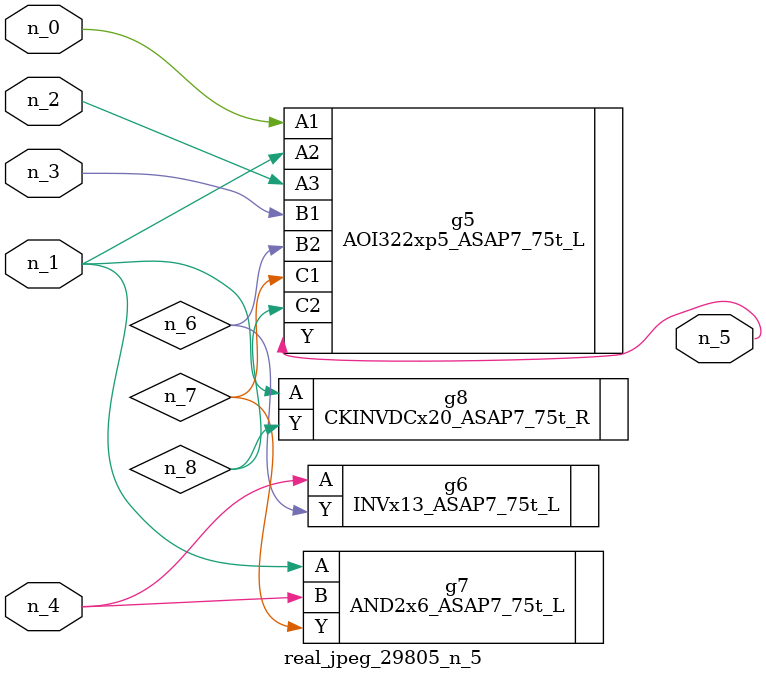
<source format=v>
module real_jpeg_29805_n_5 (n_4, n_0, n_1, n_2, n_3, n_5);

input n_4;
input n_0;
input n_1;
input n_2;
input n_3;

output n_5;

wire n_8;
wire n_6;
wire n_7;

AOI322xp5_ASAP7_75t_L g5 ( 
.A1(n_0),
.A2(n_1),
.A3(n_2),
.B1(n_3),
.B2(n_6),
.C1(n_7),
.C2(n_8),
.Y(n_5)
);

AND2x6_ASAP7_75t_L g7 ( 
.A(n_1),
.B(n_4),
.Y(n_7)
);

CKINVDCx20_ASAP7_75t_R g8 ( 
.A(n_1),
.Y(n_8)
);

INVx13_ASAP7_75t_L g6 ( 
.A(n_4),
.Y(n_6)
);


endmodule
</source>
